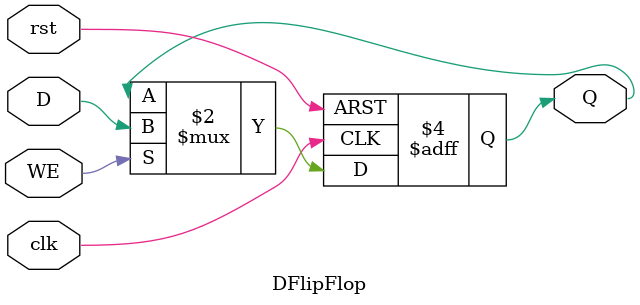
<source format=v>

 
module DFlipFlop(output reg Q,input D,WE,rst,clk);

	always @(posedge clk or posedge rst )
	begin
		if (rst)
			Q<=1'b0;
   	else if(WE)
			Q<=D;
 	end
 	
endmodule		


</source>
